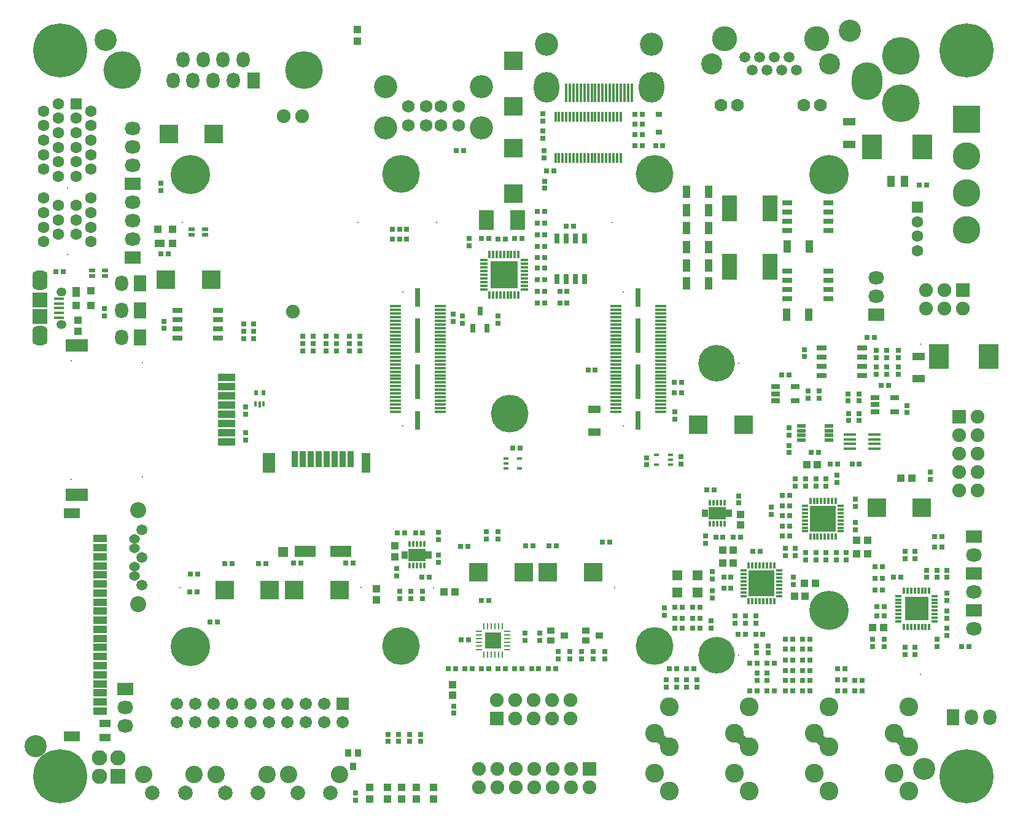
<source format=gts>
%FSLAX44Y44*%
%MOMM*%
G71*
G01*
G75*
G04 Layer_Color=8388736*
%ADD10R,0.2500X0.8000*%
%ADD11R,0.4000X0.6500*%
%ADD12R,0.3250X0.6500*%
%ADD13R,0.6000X0.5000*%
%ADD14R,1.2000X1.1500*%
%ADD15R,2.5000X3.3000*%
%ADD16R,1.8288X3.4290*%
%ADD17R,0.6400X4.7000*%
%ADD18R,0.6400X2.5400*%
%ADD19R,1.4500X0.3000*%
%ADD20R,0.8500X0.2800*%
%ADD21R,0.2800X0.8500*%
%ADD22R,3.1500X3.1500*%
%ADD23R,3.5000X3.5000*%
%ADD24R,0.8500X0.3000*%
%ADD25R,0.3000X0.8500*%
%ADD26R,3.5000X3.5000*%
%ADD27R,1.0400X0.3800*%
%ADD28R,1.0000X0.2800*%
%ADD29R,0.2800X1.0000*%
%ADD30R,3.7000X3.7000*%
%ADD31R,0.8000X0.2400*%
%ADD32R,0.2400X0.8000*%
%ADD33R,2.2000X2.2000*%
%ADD34R,1.0000X0.5500*%
%ADD35R,1.2000X0.5800*%
%ADD36R,0.5800X1.2000*%
%ADD37R,0.9000X0.7000*%
%ADD38R,0.7000X0.9000*%
%ADD39C,1.0160*%
%ADD40R,1.9000X2.6000*%
%ADD41R,0.2800X1.4000*%
%ADD42R,0.8000X0.8000*%
%ADD43R,0.7500X0.4000*%
%ADD44R,0.9000X1.2000*%
%ADD45R,0.9000X0.8000*%
%ADD46R,0.6858X0.5588*%
%ADD47R,0.5000X0.6000*%
%ADD48R,1.6000X0.3000*%
%ADD49R,2.3700X2.4300*%
%ADD50R,2.4300X2.3700*%
%ADD51R,1.6000X0.9000*%
%ADD52R,0.9000X1.6000*%
%ADD53R,0.9000X1.3000*%
%ADD54R,1.3000X0.9000*%
%ADD55R,0.8000X0.8000*%
%ADD56R,0.5000X0.5000*%
%ADD57R,0.5000X0.5000*%
%ADD58R,0.3000X2.6000*%
%ADD59R,0.6000X1.0500*%
%ADD60R,0.7000X0.2800*%
%ADD61R,2.3368X1.6500*%
%ADD62O,0.2800X0.8500*%
%ADD63R,1.2000X0.9000*%
%ADD64R,0.8000X0.9000*%
%ADD65R,2.7000X1.4000*%
%ADD66R,0.7000X2.0000*%
%ADD67R,1.2000X1.2000*%
%ADD68R,1.5000X2.6000*%
%ADD69R,1.0000X2.6000*%
%ADD70R,1.9000X1.8000*%
%ADD71R,1.3500X0.4000*%
%ADD72R,2.9500X1.5000*%
%ADD73R,2.3000X1.0000*%
%ADD74R,2.0000X1.2500*%
%ADD75R,1.7000X0.8000*%
%ADD76C,0.2500*%
%ADD77C,0.3000*%
%ADD78C,0.5000*%
%ADD79C,0.2800*%
%ADD80C,0.4000*%
%ADD81C,0.2400*%
%ADD82C,0.8000*%
%ADD83C,0.5800*%
%ADD84C,0.6000*%
%ADD85C,0.4300*%
%ADD86C,0.3500*%
%ADD87C,1.0000*%
%ADD88C,0.2830*%
%ADD89C,1.7000*%
%ADD90C,5.0000*%
%ADD91O,4.0000X5.0000*%
%ADD92R,1.7000X1.7000*%
%ADD93R,1.7000X1.7000*%
%ADD94C,7.4000*%
%ADD95C,5.2000*%
%ADD96C,1.4000*%
%ADD97R,1.4000X1.4000*%
%ADD98R,2.0000X1.6000*%
%ADD99O,2.0000X1.6000*%
%ADD100R,1.6000X2.0000*%
%ADD101O,1.6000X2.0000*%
%ADD102C,1.3000*%
%ADD103C,2.0000*%
%ADD104O,1.3000X1.1000*%
%ADD105C,2.4000*%
%ADD106O,1.6000X2.0000*%
%ADD107R,1.6000X2.0000*%
%ADD108C,1.9000*%
%ADD109R,1.9000X1.9000*%
%ADD110C,3.6000*%
%ADD111R,3.6000X3.6000*%
%ADD112C,1.8000*%
%ADD113C,2.2000*%
%ADD114C,2.7000*%
%ADD115C,3.2500*%
%ADD116C,1.5748*%
%ADD117C,3.0000*%
%ADD118C,1.5240*%
%ADD119O,3.3000X4.0000*%
%ADD120C,3.0000*%
G04:AMPARAMS|DCode=121|XSize=1.25mm|YSize=1.1mm|CornerRadius=0.462mm|HoleSize=0mm|Usage=FLASHONLY|Rotation=0.000|XOffset=0mm|YOffset=0mm|HoleType=Round|Shape=RoundedRectangle|*
%AMROUNDEDRECTD121*
21,1,1.2500,0.1760,0,0,0.0*
21,1,0.3260,1.1000,0,0,0.0*
1,1,0.9240,0.1630,-0.0880*
1,1,0.9240,-0.1630,-0.0880*
1,1,0.9240,-0.1630,0.0880*
1,1,0.9240,0.1630,0.0880*
%
%ADD121ROUNDEDRECTD121*%
G04:AMPARAMS|DCode=122|XSize=1.9mm|YSize=2.425mm|CornerRadius=0.57mm|HoleSize=0mm|Usage=FLASHONLY|Rotation=0.000|XOffset=0mm|YOffset=0mm|HoleType=Round|Shape=RoundedRectangle|*
%AMROUNDEDRECTD122*
21,1,1.9000,1.2850,0,0,0.0*
21,1,0.7600,2.4250,0,0,0.0*
1,1,1.1400,0.3800,-0.6425*
1,1,1.1400,-0.3800,-0.6425*
1,1,1.1400,-0.3800,0.6425*
1,1,1.1400,0.3800,0.6425*
%
%ADD122ROUNDEDRECTD122*%
%ADD123R,1.5000X1.5000*%
%ADD124C,1.5000*%
%ADD125C,0.4500*%
%ADD126C,1.0000*%
%ADD127C,1.0000*%
%ADD128C,1.6000*%
G04:AMPARAMS|DCode=129|XSize=2mm|YSize=2mm|CornerRadius=0mm|HoleSize=0mm|Usage=FLASHONLY|Rotation=0.000|XOffset=0mm|YOffset=0mm|HoleType=Round|Shape=Relief|Width=0.5mm|Gap=0.2mm|Entries=4|*
%AMTHD129*
7,0,0,2.0000,1.6000,0.5000,45*
%
%ADD129THD129*%
%ADD130C,2.2000*%
%ADD131C,3.8000*%
G04:AMPARAMS|DCode=132|XSize=3.7mm|YSize=3.7mm|CornerRadius=0mm|HoleSize=0mm|Usage=FLASHONLY|Rotation=0.000|XOffset=0mm|YOffset=0mm|HoleType=Round|Shape=Relief|Width=0.5mm|Gap=0.2mm|Entries=4|*
%AMTHD132*
7,0,0,3.7000,3.3000,0.5000,45*
%
%ADD132THD132*%
G04:AMPARAMS|DCode=133|XSize=2.1mm|YSize=2.1mm|CornerRadius=0mm|HoleSize=0mm|Usage=FLASHONLY|Rotation=0.000|XOffset=0mm|YOffset=0mm|HoleType=Round|Shape=Relief|Width=0.5mm|Gap=0.2mm|Entries=4|*
%AMTHD133*
7,0,0,2.1000,1.7000,0.5000,45*
%
%ADD133THD133*%
%ADD134C,1.6500*%
G04:AMPARAMS|DCode=135|XSize=4.2mm|YSize=4.2mm|CornerRadius=0mm|HoleSize=0mm|Usage=FLASHONLY|Rotation=0.000|XOffset=0mm|YOffset=0mm|HoleType=Round|Shape=Relief|Width=0.5mm|Gap=0.2mm|Entries=4|*
%AMTHD135*
7,0,0,4.2000,3.8000,0.5000,45*
%
%ADD135THD135*%
G04:AMPARAMS|DCode=136|XSize=1.8mm|YSize=1.8mm|CornerRadius=0mm|HoleSize=0mm|Usage=FLASHONLY|Rotation=0.000|XOffset=0mm|YOffset=0mm|HoleType=Round|Shape=Relief|Width=0.5mm|Gap=0.2mm|Entries=4|*
%AMTHD136*
7,0,0,1.8000,1.4000,0.5000,45*
%
%ADD136THD136*%
G04:AMPARAMS|DCode=137|XSize=3.2mm|YSize=3.2mm|CornerRadius=0mm|HoleSize=0mm|Usage=FLASHONLY|Rotation=0.000|XOffset=0mm|YOffset=0mm|HoleType=Round|Shape=Relief|Width=0.5mm|Gap=0.2mm|Entries=4|*
%AMTHD137*
7,0,0,3.2000,2.8000,0.5000,45*
%
%ADD137THD137*%
G04:AMPARAMS|DCode=138|XSize=1.74mm|YSize=1.74mm|CornerRadius=0mm|HoleSize=0mm|Usage=FLASHONLY|Rotation=0.000|XOffset=0mm|YOffset=0mm|HoleType=Round|Shape=Relief|Width=0.5mm|Gap=0.2mm|Entries=4|*
%AMTHD138*
7,0,0,1.7400,1.3400,0.5000,45*
%
%ADD138THD138*%
G04:AMPARAMS|DCode=139|XSize=2.35mm|YSize=2.35mm|CornerRadius=0mm|HoleSize=0mm|Usage=FLASHONLY|Rotation=0.000|XOffset=0mm|YOffset=0mm|HoleType=Round|Shape=Relief|Width=0.5mm|Gap=0.2mm|Entries=4|*
%AMTHD139*
7,0,0,2.3500,1.9500,0.5000,45*
%
%ADD139THD139*%
%ADD140C,1.3400*%
G04:AMPARAMS|DCode=141|XSize=2.6mm|YSize=2.6mm|CornerRadius=0mm|HoleSize=0mm|Usage=FLASHONLY|Rotation=0.000|XOffset=0mm|YOffset=0mm|HoleType=Round|Shape=Relief|Width=0.5mm|Gap=0.2mm|Entries=4|*
%AMTHD141*
7,0,0,2.6000,2.2000,0.5000,45*
%
%ADD141THD141*%
%ADD142C,1.6900*%
G04:AMPARAMS|DCode=143|XSize=4.18mm|YSize=4.18mm|CornerRadius=0mm|HoleSize=0mm|Usage=FLASHONLY|Rotation=0.000|XOffset=0mm|YOffset=0mm|HoleType=Round|Shape=Relief|Width=0.5mm|Gap=0.2mm|Entries=4|*
%AMTHD143*
7,0,0,4.1800,3.7800,0.5000,45*
%
%ADD143THD143*%
G04:AMPARAMS|DCode=144|XSize=2.09mm|YSize=2.09mm|CornerRadius=0mm|HoleSize=0mm|Usage=FLASHONLY|Rotation=0.000|XOffset=0mm|YOffset=0mm|HoleType=Round|Shape=Relief|Width=0.5mm|Gap=0.2mm|Entries=4|*
%AMTHD144*
7,0,0,2.0900,1.6900,0.5000,45*
%
%ADD144THD144*%
%ADD145C,2.4000*%
G04:AMPARAMS|DCode=146|XSize=2.8mm|YSize=2.8mm|CornerRadius=0mm|HoleSize=0mm|Usage=FLASHONLY|Rotation=0.000|XOffset=0mm|YOffset=0mm|HoleType=Round|Shape=Relief|Width=0.5mm|Gap=0.2mm|Entries=4|*
%AMTHD146*
7,0,0,2.8000,2.4000,0.5000,45*
%
%ADD146THD146*%
G04:AMPARAMS|DCode=147|XSize=2.3mm|YSize=2.3mm|CornerRadius=0mm|HoleSize=0mm|Usage=FLASHONLY|Rotation=0.000|XOffset=0mm|YOffset=0mm|HoleType=Round|Shape=Relief|Width=0.5mm|Gap=0.2mm|Entries=4|*
%AMTHD147*
7,0,0,2.3000,1.9000,0.5000,45*
%
%ADD147THD147*%
%ADD148C,3.8500*%
%ADD149C,1.9500*%
G04:AMPARAMS|DCode=150|XSize=3.3mm|YSize=3.3mm|CornerRadius=0mm|HoleSize=0mm|Usage=FLASHONLY|Rotation=0.000|XOffset=0mm|YOffset=0mm|HoleType=Round|Shape=Relief|Width=0.5mm|Gap=0.2mm|Entries=4|*
%AMTHD150*
7,0,0,3.3000,2.9000,0.5000,45*
%
%ADD150THD150*%
%ADD151C,2.3500*%
G04:AMPARAMS|DCode=152|XSize=3.4mm|YSize=3.4mm|CornerRadius=0mm|HoleSize=0mm|Usage=FLASHONLY|Rotation=0.000|XOffset=0mm|YOffset=0mm|HoleType=Round|Shape=Relief|Width=0.5mm|Gap=0.2mm|Entries=4|*
%AMTHD152*
7,0,0,3.4000,3.0000,0.5000,45*
%
%ADD152THD152*%
G04:AMPARAMS|DCode=153|XSize=4mm|YSize=4mm|CornerRadius=0mm|HoleSize=0mm|Usage=FLASHONLY|Rotation=0.000|XOffset=0mm|YOffset=0mm|HoleType=Round|Shape=Relief|Width=0.5mm|Gap=0.2mm|Entries=4|*
%AMTHD153*
7,0,0,4.0000,3.6000,0.5000,45*
%
%ADD153THD153*%
G04:AMPARAMS|DCode=154|XSize=3mm|YSize=3mm|CornerRadius=0mm|HoleSize=0mm|Usage=FLASHONLY|Rotation=0.000|XOffset=0mm|YOffset=0mm|HoleType=Round|Shape=Relief|Width=0.5mm|Gap=0.2mm|Entries=4|*
%AMTHD154*
7,0,0,3.0000,2.6000,0.5000,45*
%
%ADD154THD154*%
%ADD155C,2.1500*%
G04:AMPARAMS|DCode=156|XSize=1.85mm|YSize=1.85mm|CornerRadius=0mm|HoleSize=0mm|Usage=FLASHONLY|Rotation=0.000|XOffset=0mm|YOffset=0mm|HoleType=Round|Shape=Relief|Width=0.5mm|Gap=0.2mm|Entries=4|*
%AMTHD156*
7,0,0,1.8500,1.4500,0.5000,45*
%
%ADD156THD156*%
%ADD157C,2.0000*%
%ADD158C,2.9500*%
G04:AMPARAMS|DCode=159|XSize=1.7mm|YSize=1.7mm|CornerRadius=0mm|HoleSize=0mm|Usage=FLASHONLY|Rotation=0.000|XOffset=0mm|YOffset=0mm|HoleType=Round|Shape=Relief|Width=0.5mm|Gap=0.2mm|Entries=4|*
%AMTHD159*
7,0,0,1.7000,1.3000,0.5000,45*
%
%ADD159THD159*%
G04:AMPARAMS|DCode=160|XSize=1.9mm|YSize=1.9mm|CornerRadius=0mm|HoleSize=0mm|Usage=FLASHONLY|Rotation=0.000|XOffset=0mm|YOffset=0mm|HoleType=Round|Shape=Relief|Width=0.5mm|Gap=0.2mm|Entries=4|*
%AMTHD160*
7,0,0,1.9000,1.5000,0.5000,45*
%
%ADD160THD160*%
%ADD161C,0.8000*%
%ADD162C,1.1000*%
%ADD163C,0.2000*%
%ADD164R,2.3000X3.2000*%
%ADD165R,0.6000X2.0000*%
%ADD166R,0.2500X0.6000*%
%ADD167R,3.3000X3.3000*%
%ADD168R,0.6000X0.2300*%
%ADD169R,0.2300X0.6000*%
%ADD170R,0.2500X0.5000*%
%ADD171R,1.6000X0.3500*%
%ADD172R,1.6000X0.8000*%
%ADD173R,3.0000X2.1000*%
%ADD174R,0.7620X1.9050*%
%ADD175R,3.6000X3.0000*%
%ADD176R,2.5000X0.8000*%
%ADD177R,0.4000X0.7500*%
%ADD178C,0.6350*%
%ADD179R,1.4000X0.7500*%
%ADD180R,1.1000X1.2000*%
%ADD181R,1.2000X2.7000*%
%ADD182R,1.5000X1.9000*%
%ADD183R,1.0000X1.2000*%
%ADD184R,1.0000X0.8001*%
%ADD185R,1.0000X2.8001*%
%ADD186R,1.3000X1.8999*%
%ADD187R,1.0000X1.2000*%
%ADD188R,0.7000X1.2000*%
%ADD189C,0.2300*%
%ADD190C,0.2200*%
%ADD191C,0.2540*%
%ADD192C,0.2032*%
%ADD193C,0.1500*%
%ADD194R,1.4000X1.4000*%
%ADD195R,1.6000X1.6000*%
%ADD196R,1.6000X1.6000*%
%ADD197R,1.6000X1.6000*%
%ADD198R,1.6000X1.6000*%
%ADD199R,1.0414X0.6604*%
%ADD200R,0.3500X0.9000*%
%ADD201R,0.5000X0.7500*%
%ADD202R,0.4250X0.7500*%
%ADD203R,0.8032X0.7032*%
%ADD204R,1.4032X1.3532*%
%ADD205R,2.7032X3.5032*%
%ADD206R,2.0320X3.6322*%
%ADD207R,0.6908X4.7508*%
%ADD208R,0.6908X2.5908*%
%ADD209R,1.5008X0.3508*%
%ADD210R,0.9000X0.3300*%
%ADD211R,0.3300X0.9000*%
%ADD212R,3.2008X3.2008*%
%ADD213R,3.5508X3.5508*%
%ADD214R,0.9008X0.3508*%
%ADD215R,0.3508X0.9008*%
%ADD216R,3.5508X3.5508*%
%ADD217R,1.1924X0.5324*%
%ADD218R,1.0500X0.3300*%
%ADD219R,0.3300X1.0500*%
%ADD220R,3.7508X3.7508*%
%ADD221R,0.8508X0.2908*%
%ADD222R,0.2908X0.8508*%
%ADD223R,2.2508X2.2508*%
%ADD224R,1.2032X0.7532*%
%ADD225R,1.4032X0.7832*%
%ADD226R,0.7832X1.4032*%
%ADD227R,1.1032X0.9032*%
%ADD228R,0.9032X1.1032*%
%ADD229C,3.0480*%
%ADD230R,2.1032X2.8032*%
%ADD231R,0.3308X1.4508*%
%ADD232R,1.0032X1.0032*%
%ADD233R,0.9024X0.5524*%
%ADD234R,1.1032X1.4032*%
%ADD235R,1.1032X1.0032*%
%ADD236R,0.8382X0.7112*%
%ADD237R,0.8008X0.4508*%
%ADD238R,0.7032X0.8032*%
%ADD239R,1.7400X0.4400*%
%ADD240R,2.5732X2.6332*%
%ADD241R,2.6332X2.5732*%
%ADD242R,1.8032X1.1032*%
%ADD243R,1.1032X1.8032*%
%ADD244R,1.1032X1.5032*%
%ADD245R,1.5032X1.1032*%
%ADD246R,1.0032X1.0032*%
%ADD247R,0.7032X0.7032*%
%ADD248R,0.7032X0.7032*%
%ADD249R,0.3508X2.6508*%
%ADD250R,0.7400X1.1900*%
%ADD251R,0.9540X0.5340*%
%ADD252R,2.3876X1.7008*%
%ADD253O,0.3308X0.9008*%
%ADD254R,1.4032X1.1032*%
%ADD255R,1.0032X1.1032*%
%ADD256R,2.9032X1.6032*%
%ADD257R,0.9032X2.2032*%
%ADD258R,1.4032X1.4032*%
%ADD259R,1.7032X2.8032*%
%ADD260R,1.2032X2.8032*%
%ADD261R,2.1032X2.0032*%
%ADD262R,1.4008X0.4508*%
%ADD263R,3.1532X1.7032*%
%ADD264R,2.4020X1.1020*%
%ADD265R,2.2032X1.4532*%
%ADD266R,1.9032X1.0032*%
%ADD267C,1.9032*%
G04:AMPARAMS|DCode=268|XSize=0.2032mm|YSize=0.2032mm|CornerRadius=0mm|HoleSize=0mm|Usage=FLASHONLY|Rotation=90.000|XOffset=0mm|YOffset=0mm|HoleType=Round|Shape=RoundedRectangle|*
%AMROUNDEDRECTD268*
21,1,0.2032,0.2032,0,0,90.0*
21,1,0.2032,0.2032,0,0,90.0*
1,1,0.0000,0.1016,0.1016*
1,1,0.0000,0.1016,-0.1016*
1,1,0.0000,-0.1016,-0.1016*
1,1,0.0000,-0.1016,0.1016*
%
%ADD268ROUNDEDRECTD268*%
%ADD269C,5.2032*%
%ADD270O,4.2032X5.2032*%
%ADD271R,1.9032X1.9032*%
%ADD272R,1.9032X1.9032*%
%ADD273C,0.2032*%
%ADD274C,7.4508*%
%ADD275C,5.4032*%
%ADD276C,1.6032*%
%ADD277R,1.6032X1.6032*%
%ADD278R,2.2032X1.8032*%
%ADD279O,2.2032X1.8032*%
%ADD280R,1.8032X2.2032*%
%ADD281O,1.8032X2.2032*%
%ADD282C,1.5032*%
%ADD283C,2.2032*%
%ADD284O,1.5032X1.3032*%
%ADD285C,2.6032*%
%ADD286O,1.8032X2.2032*%
%ADD287R,1.8032X2.2032*%
%ADD288C,2.1032*%
%ADD289R,2.1032X2.1032*%
%ADD290C,3.8032*%
%ADD291R,3.8032X3.8032*%
%ADD292C,2.0032*%
%ADD293C,2.4032*%
%ADD294C,2.9032*%
%ADD295C,3.4532*%
%ADD296C,1.7780*%
%ADD297C,5.0508*%
%ADD298C,3.2032*%
%ADD299C,1.7272*%
%ADD300O,3.5032X4.2032*%
%ADD301C,3.2032*%
G04:AMPARAMS|DCode=302|XSize=1.33mm|YSize=1.18mm|CornerRadius=0.502mm|HoleSize=0mm|Usage=FLASHONLY|Rotation=0.000|XOffset=0mm|YOffset=0mm|HoleType=Round|Shape=RoundedRectangle|*
%AMROUNDEDRECTD302*
21,1,1.3300,0.1760,0,0,0.0*
21,1,0.3260,1.1800,0,0,0.0*
1,1,1.0040,0.1630,-0.0880*
1,1,1.0040,-0.1630,-0.0880*
1,1,1.0040,-0.1630,0.0880*
1,1,1.0040,0.1630,0.0880*
%
%ADD302ROUNDEDRECTD302*%
G04:AMPARAMS|DCode=303|XSize=2.1032mm|YSize=2.6282mm|CornerRadius=0.6716mm|HoleSize=0mm|Usage=FLASHONLY|Rotation=0.000|XOffset=0mm|YOffset=0mm|HoleType=Round|Shape=RoundedRectangle|*
%AMROUNDEDRECTD303*
21,1,2.1032,1.2850,0,0,0.0*
21,1,0.7600,2.6282,0,0,0.0*
1,1,1.3432,0.3800,-0.6425*
1,1,1.3432,-0.3800,-0.6425*
1,1,1.3432,-0.3800,0.6425*
1,1,1.3432,0.3800,0.6425*
%
%ADD303ROUNDEDRECTD303*%
G04:AMPARAMS|DCode=304|XSize=0.2032mm|YSize=0.2032mm|CornerRadius=0mm|HoleSize=0mm|Usage=FLASHONLY|Rotation=180.000|XOffset=0mm|YOffset=0mm|HoleType=Round|Shape=RoundedRectangle|*
%AMROUNDEDRECTD304*
21,1,0.2032,0.2032,0,0,180.0*
21,1,0.2032,0.2032,0,0,180.0*
1,1,0.0000,-0.1016,0.1016*
1,1,0.0000,0.1016,0.1016*
1,1,0.0000,0.1016,-0.1016*
1,1,0.0000,-0.1016,-0.1016*
%
%ADD304ROUNDEDRECTD304*%
%ADD305R,1.7032X1.7032*%
%ADD306C,1.7032*%
G36*
X1006500Y93500D02*
X996500Y83500D01*
X973500Y106500D01*
X983500Y116500D01*
X1006500Y93500D01*
D02*
G37*
G36*
X896500D02*
X886500Y83500D01*
X863500Y106500D01*
X873500Y116500D01*
X896500Y93500D01*
D02*
G37*
G36*
X1226500D02*
X1216500Y83500D01*
X1193500Y106500D01*
X1203500Y116500D01*
X1226500Y93500D01*
D02*
G37*
G36*
X1116500D02*
X1106500Y83500D01*
X1083500Y106500D01*
X1093500Y116500D01*
X1116500Y93500D01*
D02*
G37*
D200*
X325000Y562749D02*
D03*
D201*
X330000Y578499D02*
D03*
X320000D02*
D03*
D202*
X330380Y563499D02*
D03*
X319620D02*
D03*
D203*
X449000Y636000D02*
D03*
Y646000D02*
D03*
X614000Y791000D02*
D03*
Y781000D02*
D03*
X638000Y387000D02*
D03*
Y377000D02*
D03*
X654000Y387000D02*
D03*
Y377000D02*
D03*
X1097000Y581000D02*
D03*
Y571000D02*
D03*
X1081000Y581000D02*
D03*
Y571000D02*
D03*
X1273000Y334000D02*
D03*
Y324000D02*
D03*
X769000Y222000D02*
D03*
Y212000D02*
D03*
X753000Y222000D02*
D03*
Y212000D02*
D03*
X785000Y222000D02*
D03*
Y212000D02*
D03*
X801000Y222000D02*
D03*
Y212000D02*
D03*
X654000Y674000D02*
D03*
Y684000D02*
D03*
X906000Y490000D02*
D03*
Y480000D02*
D03*
X1055000Y530000D02*
D03*
Y520000D02*
D03*
Y496000D02*
D03*
Y506000D02*
D03*
X457000Y17000D02*
D03*
Y27000D02*
D03*
X1026000Y220000D02*
D03*
Y230000D02*
D03*
X1010000Y220000D02*
D03*
Y230000D02*
D03*
X948000Y264000D02*
D03*
Y254000D02*
D03*
X883000Y272000D02*
D03*
Y282000D02*
D03*
X111000Y684000D02*
D03*
Y694000D02*
D03*
X303000Y653000D02*
D03*
Y663000D02*
D03*
Y673000D02*
D03*
Y663000D02*
D03*
X317000Y653000D02*
D03*
Y663000D02*
D03*
Y673000D02*
D03*
Y663000D02*
D03*
X1190000Y637000D02*
D03*
Y627000D02*
D03*
Y604000D02*
D03*
Y614000D02*
D03*
X1206000Y627000D02*
D03*
Y637000D02*
D03*
Y604000D02*
D03*
Y614000D02*
D03*
X1076000Y638000D02*
D03*
Y628000D02*
D03*
X1218000Y551000D02*
D03*
Y561000D02*
D03*
X718000Y860000D02*
D03*
Y870000D02*
D03*
X1170000Y239000D02*
D03*
Y229000D02*
D03*
X1186000Y229000D02*
D03*
Y239000D02*
D03*
X1031000Y421000D02*
D03*
Y411000D02*
D03*
X547000Y98000D02*
D03*
Y108000D02*
D03*
X532000Y98000D02*
D03*
Y108000D02*
D03*
X517000Y98000D02*
D03*
Y108000D02*
D03*
X502000Y98000D02*
D03*
Y108000D02*
D03*
X385000Y636000D02*
D03*
Y646000D02*
D03*
Y656000D02*
D03*
Y646000D02*
D03*
X399000Y636000D02*
D03*
Y646000D02*
D03*
Y656000D02*
D03*
Y646000D02*
D03*
X417000Y636000D02*
D03*
Y646000D02*
D03*
Y656000D02*
D03*
Y646000D02*
D03*
X431000Y636000D02*
D03*
Y646000D02*
D03*
Y656000D02*
D03*
Y646000D02*
D03*
X449000Y656000D02*
D03*
Y646000D02*
D03*
X463000Y636000D02*
D03*
Y646000D02*
D03*
Y656000D02*
D03*
Y646000D02*
D03*
X550000Y295000D02*
D03*
Y305000D02*
D03*
X534000Y295000D02*
D03*
Y305000D02*
D03*
X1137000Y550000D02*
D03*
Y540000D02*
D03*
X1121000Y465000D02*
D03*
Y455000D02*
D03*
X1152000Y577000D02*
D03*
Y567000D02*
D03*
X1136000Y567000D02*
D03*
Y577000D02*
D03*
X737000Y212000D02*
D03*
Y222000D02*
D03*
X711000Y237000D02*
D03*
Y247000D02*
D03*
X518000Y295000D02*
D03*
Y305000D02*
D03*
X691000Y237000D02*
D03*
Y247000D02*
D03*
D204*
X901000Y326750D02*
D03*
Y303250D02*
D03*
X929000Y326750D02*
D03*
Y303250D02*
D03*
D205*
X1169500Y917000D02*
D03*
X1238500D02*
D03*
X1261500Y628000D02*
D03*
X1330500D02*
D03*
D206*
X1028686Y752000D02*
D03*
X973314D02*
D03*
Y832000D02*
D03*
X1028686D02*
D03*
D207*
X543000Y656750D02*
D03*
Y593250D02*
D03*
X847000Y656750D02*
D03*
Y593250D02*
D03*
D208*
X543000Y709450D02*
D03*
Y540550D02*
D03*
X847000Y709450D02*
D03*
Y540550D02*
D03*
D209*
X512100Y697500D02*
D03*
Y692500D02*
D03*
Y687500D02*
D03*
Y682500D02*
D03*
Y677500D02*
D03*
Y672500D02*
D03*
Y667500D02*
D03*
Y662500D02*
D03*
Y657500D02*
D03*
Y652500D02*
D03*
Y647500D02*
D03*
Y642500D02*
D03*
Y637500D02*
D03*
Y632500D02*
D03*
Y627500D02*
D03*
Y622500D02*
D03*
Y617500D02*
D03*
Y612500D02*
D03*
Y607500D02*
D03*
Y602500D02*
D03*
Y597500D02*
D03*
Y592500D02*
D03*
Y587500D02*
D03*
Y582500D02*
D03*
Y577500D02*
D03*
Y572500D02*
D03*
Y567500D02*
D03*
Y562500D02*
D03*
Y557500D02*
D03*
Y552500D02*
D03*
X573900Y697500D02*
D03*
Y692500D02*
D03*
Y687500D02*
D03*
Y682500D02*
D03*
Y677500D02*
D03*
Y672500D02*
D03*
Y667500D02*
D03*
Y662500D02*
D03*
Y657500D02*
D03*
Y652500D02*
D03*
Y647500D02*
D03*
Y642500D02*
D03*
Y637500D02*
D03*
Y632500D02*
D03*
Y627500D02*
D03*
Y622500D02*
D03*
Y617500D02*
D03*
Y612500D02*
D03*
Y607500D02*
D03*
Y602500D02*
D03*
Y597500D02*
D03*
Y592500D02*
D03*
Y587500D02*
D03*
Y582500D02*
D03*
Y577500D02*
D03*
Y572500D02*
D03*
Y567500D02*
D03*
Y562500D02*
D03*
Y557500D02*
D03*
Y552500D02*
D03*
X816100Y697500D02*
D03*
Y692500D02*
D03*
Y687500D02*
D03*
Y682500D02*
D03*
Y677500D02*
D03*
Y672500D02*
D03*
Y667500D02*
D03*
Y662500D02*
D03*
Y657500D02*
D03*
Y652500D02*
D03*
Y647500D02*
D03*
Y642500D02*
D03*
Y637500D02*
D03*
Y632500D02*
D03*
Y627500D02*
D03*
Y622500D02*
D03*
Y617500D02*
D03*
Y612500D02*
D03*
Y607500D02*
D03*
Y602500D02*
D03*
Y597500D02*
D03*
Y592500D02*
D03*
Y587500D02*
D03*
Y582500D02*
D03*
Y577500D02*
D03*
Y572500D02*
D03*
Y567500D02*
D03*
Y562500D02*
D03*
Y557500D02*
D03*
Y552500D02*
D03*
X877900Y697500D02*
D03*
Y692500D02*
D03*
Y687500D02*
D03*
Y682500D02*
D03*
Y677500D02*
D03*
Y672500D02*
D03*
Y667500D02*
D03*
Y662500D02*
D03*
Y657500D02*
D03*
Y652500D02*
D03*
Y647500D02*
D03*
Y642500D02*
D03*
Y637500D02*
D03*
Y632500D02*
D03*
Y627500D02*
D03*
Y622500D02*
D03*
Y617500D02*
D03*
Y612500D02*
D03*
Y607500D02*
D03*
Y602500D02*
D03*
Y597500D02*
D03*
Y592500D02*
D03*
Y587500D02*
D03*
Y582500D02*
D03*
Y577500D02*
D03*
Y572500D02*
D03*
Y567500D02*
D03*
Y562500D02*
D03*
Y557500D02*
D03*
Y552500D02*
D03*
D210*
X1206250Y263500D02*
D03*
Y268500D02*
D03*
Y273500D02*
D03*
Y278500D02*
D03*
Y283500D02*
D03*
Y288500D02*
D03*
Y293500D02*
D03*
Y298500D02*
D03*
X1255750D02*
D03*
Y293500D02*
D03*
Y288500D02*
D03*
Y283500D02*
D03*
Y278500D02*
D03*
Y273500D02*
D03*
Y268500D02*
D03*
Y263500D02*
D03*
D211*
X1213500Y305750D02*
D03*
X1218500D02*
D03*
X1223500D02*
D03*
X1228500D02*
D03*
X1233500D02*
D03*
X1238500D02*
D03*
X1243500D02*
D03*
X1248500D02*
D03*
Y256250D02*
D03*
X1243500D02*
D03*
X1238500D02*
D03*
X1233500D02*
D03*
X1228500D02*
D03*
X1223500D02*
D03*
X1218500D02*
D03*
X1213500D02*
D03*
D212*
X1231000Y281000D02*
D03*
D213*
X1017000Y316000D02*
D03*
D214*
X992500Y333500D02*
D03*
Y328500D02*
D03*
Y323500D02*
D03*
Y318500D02*
D03*
Y313500D02*
D03*
Y308500D02*
D03*
Y303500D02*
D03*
Y298500D02*
D03*
X1041500D02*
D03*
Y303500D02*
D03*
Y308500D02*
D03*
Y313500D02*
D03*
Y318500D02*
D03*
Y323500D02*
D03*
Y328500D02*
D03*
Y333500D02*
D03*
X1077500Y422500D02*
D03*
Y417500D02*
D03*
Y412500D02*
D03*
Y407500D02*
D03*
Y402500D02*
D03*
Y397500D02*
D03*
Y392500D02*
D03*
Y387500D02*
D03*
X1126500D02*
D03*
Y392500D02*
D03*
Y397500D02*
D03*
Y402500D02*
D03*
Y407500D02*
D03*
Y412500D02*
D03*
Y417500D02*
D03*
Y422500D02*
D03*
D215*
X999500Y291500D02*
D03*
X1004500D02*
D03*
X1009500D02*
D03*
X1014500D02*
D03*
X1019500D02*
D03*
X1024500D02*
D03*
X1029500D02*
D03*
X1034500D02*
D03*
Y340500D02*
D03*
X1029500D02*
D03*
X1024500D02*
D03*
X1019500D02*
D03*
X1014500D02*
D03*
X1009500D02*
D03*
X1004500D02*
D03*
X999500D02*
D03*
X1119500Y429500D02*
D03*
X1114500D02*
D03*
X1109500D02*
D03*
X1104500D02*
D03*
X1099500D02*
D03*
X1094500D02*
D03*
X1089500D02*
D03*
X1084500D02*
D03*
Y380500D02*
D03*
X1089500D02*
D03*
X1094500D02*
D03*
X1099500D02*
D03*
X1104500D02*
D03*
X1109500D02*
D03*
X1114500D02*
D03*
X1119500D02*
D03*
D216*
X1102000Y405000D02*
D03*
D217*
X1072000Y532750D02*
D03*
Y526250D02*
D03*
Y519750D02*
D03*
Y513250D02*
D03*
X1110000Y532750D02*
D03*
Y526250D02*
D03*
Y519750D02*
D03*
Y513250D02*
D03*
D218*
X634000Y761000D02*
D03*
Y756000D02*
D03*
Y751000D02*
D03*
Y746000D02*
D03*
Y741000D02*
D03*
Y736000D02*
D03*
Y731000D02*
D03*
Y726000D02*
D03*
Y721000D02*
D03*
X690000D02*
D03*
Y726000D02*
D03*
Y731000D02*
D03*
Y736000D02*
D03*
Y741000D02*
D03*
Y746000D02*
D03*
Y751000D02*
D03*
Y756000D02*
D03*
Y761000D02*
D03*
D219*
X642000Y713000D02*
D03*
X647000D02*
D03*
X652000D02*
D03*
X657000D02*
D03*
X662000D02*
D03*
X667000D02*
D03*
X672000D02*
D03*
X677000D02*
D03*
X682000D02*
D03*
Y769000D02*
D03*
X677000D02*
D03*
X672000D02*
D03*
X667000D02*
D03*
X662000D02*
D03*
X657000D02*
D03*
X652000D02*
D03*
X647000D02*
D03*
X642000D02*
D03*
D220*
X662000Y741000D02*
D03*
D221*
X627500Y224500D02*
D03*
Y229500D02*
D03*
Y234500D02*
D03*
Y239500D02*
D03*
Y244500D02*
D03*
Y249500D02*
D03*
X666500D02*
D03*
Y244500D02*
D03*
Y239500D02*
D03*
Y234500D02*
D03*
Y229500D02*
D03*
Y224500D02*
D03*
D222*
X634500Y256500D02*
D03*
X639500D02*
D03*
X644500D02*
D03*
X649500D02*
D03*
X654500D02*
D03*
X659500D02*
D03*
Y217500D02*
D03*
X654500D02*
D03*
X649500D02*
D03*
X644500D02*
D03*
X639500D02*
D03*
X634500D02*
D03*
D223*
X647000Y237000D02*
D03*
D224*
X1063500Y567500D02*
D03*
Y586500D02*
D03*
X1036500Y567500D02*
D03*
Y577000D02*
D03*
Y586500D02*
D03*
X1200500Y552500D02*
D03*
Y571500D02*
D03*
X1173500Y552500D02*
D03*
Y562000D02*
D03*
Y571500D02*
D03*
D225*
X268000Y653950D02*
D03*
Y666650D02*
D03*
Y679350D02*
D03*
Y692050D02*
D03*
X212000Y653950D02*
D03*
Y666650D02*
D03*
Y679350D02*
D03*
Y692050D02*
D03*
X1156000Y601950D02*
D03*
Y614650D02*
D03*
Y627350D02*
D03*
Y640050D02*
D03*
X1100000Y601950D02*
D03*
Y614650D02*
D03*
Y627350D02*
D03*
Y640050D02*
D03*
X1109000Y707950D02*
D03*
Y720650D02*
D03*
Y733350D02*
D03*
Y746050D02*
D03*
X1053000Y707950D02*
D03*
Y720650D02*
D03*
Y733350D02*
D03*
Y746050D02*
D03*
X1109000Y801950D02*
D03*
Y814650D02*
D03*
Y827350D02*
D03*
Y840050D02*
D03*
X1053000Y801950D02*
D03*
Y814650D02*
D03*
Y827350D02*
D03*
Y840050D02*
D03*
D226*
X734950Y735000D02*
D03*
X747650D02*
D03*
X760350D02*
D03*
X773050D02*
D03*
X734950Y791000D02*
D03*
X747650D02*
D03*
X760350D02*
D03*
X773050D02*
D03*
D227*
X726500Y250500D02*
D03*
Y237500D02*
D03*
X745500Y244000D02*
D03*
X774500Y250500D02*
D03*
Y237500D02*
D03*
X793500Y244000D02*
D03*
D228*
X460500Y82500D02*
D03*
X447500D02*
D03*
X454000Y63500D02*
D03*
D229*
X16000Y92000D02*
D03*
X1139000Y1077000D02*
D03*
X1241000Y60000D02*
D03*
X113000Y1064000D02*
D03*
D230*
X680500Y816000D02*
D03*
X637500D02*
D03*
D231*
X733000Y901500D02*
D03*
X738000D02*
D03*
X743000D02*
D03*
X748000D02*
D03*
X753000D02*
D03*
X758000D02*
D03*
X763000D02*
D03*
X768000D02*
D03*
X773000D02*
D03*
X778000D02*
D03*
X783000D02*
D03*
X788000D02*
D03*
X793000D02*
D03*
X798000D02*
D03*
X803000D02*
D03*
X808000D02*
D03*
X813000D02*
D03*
X818000D02*
D03*
X823000D02*
D03*
X733000Y958500D02*
D03*
X738000D02*
D03*
X743000D02*
D03*
X748000D02*
D03*
X753000D02*
D03*
X758000D02*
D03*
X763000D02*
D03*
X768000D02*
D03*
X773000D02*
D03*
X778000D02*
D03*
X783000D02*
D03*
X788000D02*
D03*
X793000D02*
D03*
X798000D02*
D03*
X803000D02*
D03*
X808000D02*
D03*
X813000D02*
D03*
X818000D02*
D03*
X823000D02*
D03*
D232*
X541000Y35000D02*
D03*
Y19000D02*
D03*
X477000Y35000D02*
D03*
Y19000D02*
D03*
X460000Y1063000D02*
D03*
Y1079000D02*
D03*
X565000Y35000D02*
D03*
Y19000D02*
D03*
X521000Y35000D02*
D03*
Y19000D02*
D03*
X501000Y35000D02*
D03*
Y19000D02*
D03*
X486000Y308500D02*
D03*
Y293500D02*
D03*
X591000Y161500D02*
D03*
Y176500D02*
D03*
X988000Y396000D02*
D03*
Y411000D02*
D03*
X512000Y367500D02*
D03*
Y352500D02*
D03*
X75000Y678500D02*
D03*
Y663500D02*
D03*
D233*
X231750Y804000D02*
D03*
Y796000D02*
D03*
X250250Y804000D02*
D03*
Y796000D02*
D03*
X93750Y747000D02*
D03*
Y739000D02*
D03*
X112250Y747000D02*
D03*
Y739000D02*
D03*
D234*
X72500Y717000D02*
D03*
D235*
Y699000D02*
D03*
X92500Y719000D02*
D03*
Y699000D02*
D03*
D236*
X876000Y937808D02*
D03*
Y962192D02*
D03*
D237*
X891500Y479500D02*
D03*
Y486000D02*
D03*
Y492500D02*
D03*
X872500Y479500D02*
D03*
Y492500D02*
D03*
X664500Y487500D02*
D03*
Y481000D02*
D03*
Y474500D02*
D03*
X683500Y487500D02*
D03*
Y474500D02*
D03*
D238*
X907000Y578000D02*
D03*
X897000D02*
D03*
X1293000Y229000D02*
D03*
X1303000D02*
D03*
X654000Y790000D02*
D03*
X664000D02*
D03*
X515000Y385000D02*
D03*
X525000D02*
D03*
X788000Y610000D02*
D03*
X778000D02*
D03*
X1122000Y183000D02*
D03*
X1132000D02*
D03*
X1009000Y246000D02*
D03*
X1019000D02*
D03*
X995000D02*
D03*
X985000D02*
D03*
X1074000Y196000D02*
D03*
X1084000D02*
D03*
X1060000D02*
D03*
X1050000D02*
D03*
X1084000Y225000D02*
D03*
X1074000D02*
D03*
X1050000D02*
D03*
X1060000D02*
D03*
X914000Y198000D02*
D03*
X924000D02*
D03*
X900000D02*
D03*
X890000D02*
D03*
X922000Y283000D02*
D03*
X932000D02*
D03*
X908000D02*
D03*
X898000D02*
D03*
X708000Y718000D02*
D03*
X718000D02*
D03*
X708000Y812000D02*
D03*
X718000D02*
D03*
X708000Y734000D02*
D03*
X718000D02*
D03*
X708000Y750000D02*
D03*
X718000D02*
D03*
X708000Y828000D02*
D03*
X718000D02*
D03*
X708000Y780000D02*
D03*
X718000D02*
D03*
X718000Y702000D02*
D03*
X708000D02*
D03*
X739000Y702000D02*
D03*
X749000D02*
D03*
X739000Y718000D02*
D03*
X749000D02*
D03*
X528000Y790000D02*
D03*
X518000D02*
D03*
X508000D02*
D03*
X518000D02*
D03*
X528000Y804000D02*
D03*
X518000D02*
D03*
X508000D02*
D03*
X518000D02*
D03*
X1163000Y655000D02*
D03*
X1173000D02*
D03*
X871000Y919000D02*
D03*
X881000D02*
D03*
X853000Y919000D02*
D03*
X843000D02*
D03*
X853000Y934000D02*
D03*
X843000D02*
D03*
X843000Y962000D02*
D03*
X853000D02*
D03*
X1184000Y323000D02*
D03*
X1174000D02*
D03*
X1184000Y307000D02*
D03*
X1174000D02*
D03*
X1174000Y339000D02*
D03*
X1184000D02*
D03*
X1142000Y480000D02*
D03*
X1152000D02*
D03*
X1112000D02*
D03*
X1122000D02*
D03*
X964000Y379500D02*
D03*
X954000D02*
D03*
X988000D02*
D03*
X978000D02*
D03*
X965000Y324000D02*
D03*
X975000D02*
D03*
X540000Y385000D02*
D03*
X550000D02*
D03*
X718000Y796000D02*
D03*
X708000D02*
D03*
X723000Y198000D02*
D03*
X733000D02*
D03*
X608000D02*
D03*
X618000D02*
D03*
X585000D02*
D03*
X595000D02*
D03*
X631000Y198000D02*
D03*
X641000D02*
D03*
X654000Y198000D02*
D03*
X664000D02*
D03*
X700000D02*
D03*
X710000D02*
D03*
X677000D02*
D03*
X687000D02*
D03*
X382000Y344000D02*
D03*
X372000D02*
D03*
D239*
X1139000Y520750D02*
D03*
Y514250D02*
D03*
Y507750D02*
D03*
Y501250D02*
D03*
X1173000Y520750D02*
D03*
Y514250D02*
D03*
Y507750D02*
D03*
Y501250D02*
D03*
D240*
X258200Y734000D02*
D03*
X195800D02*
D03*
X262200Y935000D02*
D03*
X199800D02*
D03*
X1238200Y420000D02*
D03*
X1175800D02*
D03*
X689200Y331000D02*
D03*
X626800D02*
D03*
X785200D02*
D03*
X722800D02*
D03*
X339200Y307000D02*
D03*
X276800D02*
D03*
X435200D02*
D03*
X372800D02*
D03*
X992200Y534000D02*
D03*
X929800D02*
D03*
D241*
X675000Y915200D02*
D03*
Y852800D02*
D03*
Y1035200D02*
D03*
Y972800D02*
D03*
D242*
X1138000Y951500D02*
D03*
Y920500D02*
D03*
X787000Y524500D02*
D03*
Y555500D02*
D03*
X1234000Y597500D02*
D03*
Y628500D02*
D03*
D243*
X913500Y729000D02*
D03*
X944500D02*
D03*
X913500Y754000D02*
D03*
X944500D02*
D03*
X913500Y779000D02*
D03*
X944500D02*
D03*
X913500Y855000D02*
D03*
X944500D02*
D03*
X913500Y805000D02*
D03*
X944500D02*
D03*
X913500Y830000D02*
D03*
X944500D02*
D03*
X1051500Y686000D02*
D03*
X1082500D02*
D03*
X1052500Y780000D02*
D03*
X1083500D02*
D03*
D244*
X1214500Y870000D02*
D03*
X1195500D02*
D03*
D245*
X112000Y122500D02*
D03*
Y103500D02*
D03*
D246*
X1077500Y298000D02*
D03*
X1062500D02*
D03*
X978500Y362000D02*
D03*
X963500D02*
D03*
X963500Y344000D02*
D03*
X978500D02*
D03*
X1209500Y461000D02*
D03*
X1224500D02*
D03*
X579500Y304000D02*
D03*
X594500D02*
D03*
X1076500Y316000D02*
D03*
X1091500D02*
D03*
X1185500Y255000D02*
D03*
X1170500D02*
D03*
X1163500Y375000D02*
D03*
X1148500D02*
D03*
X1094500Y479000D02*
D03*
X1079500D02*
D03*
X1148500Y357000D02*
D03*
X1163500D02*
D03*
D247*
X1045000Y603000D02*
D03*
X1055000D02*
D03*
X1156000Y182000D02*
D03*
X1146000D02*
D03*
X1084000D02*
D03*
X1074000D02*
D03*
X1050000D02*
D03*
X1060000D02*
D03*
X1266000Y366000D02*
D03*
X1256000D02*
D03*
X1245000Y865000D02*
D03*
X1235000D02*
D03*
X674000Y502000D02*
D03*
X684000D02*
D03*
X1086000Y496000D02*
D03*
X1096000D02*
D03*
X613000Y238000D02*
D03*
X603000D02*
D03*
X1146000Y168000D02*
D03*
X1156000D02*
D03*
X1132000D02*
D03*
X1122000D02*
D03*
X1132000Y198000D02*
D03*
X1122000D02*
D03*
X1035000Y168000D02*
D03*
X1025000D02*
D03*
X1001000D02*
D03*
X1011000D02*
D03*
X1025000Y206000D02*
D03*
X1035000D02*
D03*
X1011000D02*
D03*
X1001000D02*
D03*
X1084000Y168000D02*
D03*
X1074000D02*
D03*
X1050000D02*
D03*
X1060000D02*
D03*
X1084000Y239000D02*
D03*
X1074000D02*
D03*
X1050000D02*
D03*
X1060000D02*
D03*
X1074000Y210000D02*
D03*
X1084000D02*
D03*
X1060000D02*
D03*
X1050000D02*
D03*
X965000Y309000D02*
D03*
X975000D02*
D03*
X1015000Y360000D02*
D03*
X1005000D02*
D03*
X932000Y254000D02*
D03*
X922000D02*
D03*
X898000D02*
D03*
X908000D02*
D03*
X932000Y268000D02*
D03*
X922000D02*
D03*
X898000D02*
D03*
X908000D02*
D03*
X853000Y948000D02*
D03*
X843000D02*
D03*
X677000Y791000D02*
D03*
X687000D02*
D03*
X641000D02*
D03*
X631000D02*
D03*
X718000Y765000D02*
D03*
X708000D02*
D03*
X199000Y770000D02*
D03*
X189000D02*
D03*
X596000Y912000D02*
D03*
X606000D02*
D03*
X758000Y808000D02*
D03*
X748000D02*
D03*
X44000Y745000D02*
D03*
X54000D02*
D03*
X1182000Y589000D02*
D03*
X1192000D02*
D03*
X721000Y884000D02*
D03*
X731000D02*
D03*
X1186000Y284000D02*
D03*
X1176000D02*
D03*
X1209000Y324000D02*
D03*
X1199000D02*
D03*
X1056000Y423000D02*
D03*
X1046000D02*
D03*
X1056000Y381000D02*
D03*
X1046000D02*
D03*
X1256000Y380000D02*
D03*
X1266000D02*
D03*
X1046000Y395000D02*
D03*
X1056000D02*
D03*
X1046000Y409000D02*
D03*
X1056000D02*
D03*
X1046000Y437000D02*
D03*
X1056000D02*
D03*
X1176000Y271000D02*
D03*
X1186000D02*
D03*
X942000Y445000D02*
D03*
X952000D02*
D03*
X724000Y368000D02*
D03*
X734000D02*
D03*
X559000Y324000D02*
D03*
X549000D02*
D03*
X240000Y329000D02*
D03*
X230000D02*
D03*
X229000Y304000D02*
D03*
X239000D02*
D03*
X907000Y593000D02*
D03*
X897000D02*
D03*
X324000Y343000D02*
D03*
X334000D02*
D03*
X257000Y263000D02*
D03*
X267000D02*
D03*
X798000Y373000D02*
D03*
X808000D02*
D03*
X641000Y292000D02*
D03*
X631000D02*
D03*
X702000Y368000D02*
D03*
X692000D02*
D03*
X612000Y367000D02*
D03*
X602000D02*
D03*
X444000Y344000D02*
D03*
X454000D02*
D03*
X277000Y343000D02*
D03*
X287000D02*
D03*
D248*
X1229000Y350000D02*
D03*
Y360000D02*
D03*
X1092000Y358000D02*
D03*
Y348000D02*
D03*
X1229000Y228000D02*
D03*
Y218000D02*
D03*
X1106000Y358000D02*
D03*
Y348000D02*
D03*
X1025000Y182000D02*
D03*
Y192000D02*
D03*
X1011000Y182000D02*
D03*
Y192000D02*
D03*
X914000Y173000D02*
D03*
Y183000D02*
D03*
X900000Y173000D02*
D03*
Y183000D02*
D03*
X859000Y489000D02*
D03*
Y479000D02*
D03*
X593000Y137000D02*
D03*
Y147000D02*
D03*
X1250000Y469000D02*
D03*
Y459000D02*
D03*
X1009000Y261000D02*
D03*
Y271000D02*
D03*
X995000Y261000D02*
D03*
Y271000D02*
D03*
X981000Y261000D02*
D03*
Y271000D02*
D03*
X949000Y322000D02*
D03*
Y332000D02*
D03*
Y296000D02*
D03*
Y306000D02*
D03*
X1061000Y324000D02*
D03*
Y314000D02*
D03*
X928000Y183000D02*
D03*
Y173000D02*
D03*
X886000Y183000D02*
D03*
Y173000D02*
D03*
X306000Y559000D02*
D03*
Y549000D02*
D03*
X193000Y677000D02*
D03*
Y667000D02*
D03*
X1175000Y604000D02*
D03*
Y614000D02*
D03*
Y627000D02*
D03*
Y637000D02*
D03*
X716000Y953000D02*
D03*
Y963000D02*
D03*
Y929000D02*
D03*
Y939000D02*
D03*
X717000Y902000D02*
D03*
Y912000D02*
D03*
X1273000Y268000D02*
D03*
Y278000D02*
D03*
X1064000Y460000D02*
D03*
Y450000D02*
D03*
X1092000Y460000D02*
D03*
Y450000D02*
D03*
X1078000Y460000D02*
D03*
Y450000D02*
D03*
X1064000Y354000D02*
D03*
Y364000D02*
D03*
X1050000Y354000D02*
D03*
Y364000D02*
D03*
X1273000Y302000D02*
D03*
Y292000D02*
D03*
X1152000Y550000D02*
D03*
Y540000D02*
D03*
X1215000Y350000D02*
D03*
Y360000D02*
D03*
X1078000Y348000D02*
D03*
Y358000D02*
D03*
X1215000Y228000D02*
D03*
Y218000D02*
D03*
X1134000Y348000D02*
D03*
Y358000D02*
D03*
X1147000Y400000D02*
D03*
Y390000D02*
D03*
X1120000Y348000D02*
D03*
Y358000D02*
D03*
X1106000Y460000D02*
D03*
Y450000D02*
D03*
X1147000Y432000D02*
D03*
Y422000D02*
D03*
X1273000Y244000D02*
D03*
Y254000D02*
D03*
X1259000Y334000D02*
D03*
Y324000D02*
D03*
X1245000Y334000D02*
D03*
Y324000D02*
D03*
X1259000Y229000D02*
D03*
Y239000D02*
D03*
X940000Y371000D02*
D03*
Y381000D02*
D03*
X986000Y426500D02*
D03*
Y436500D02*
D03*
X306000Y523000D02*
D03*
Y513000D02*
D03*
X572000Y355000D02*
D03*
Y345000D02*
D03*
Y376000D02*
D03*
Y386000D02*
D03*
X514000Y336000D02*
D03*
Y326000D02*
D03*
X592000Y687000D02*
D03*
Y677000D02*
D03*
X898000Y552000D02*
D03*
Y542000D02*
D03*
X605000Y674000D02*
D03*
Y684000D02*
D03*
X189000Y857000D02*
D03*
Y867000D02*
D03*
D249*
X748000Y991400D02*
D03*
X753000D02*
D03*
X758000D02*
D03*
X763000D02*
D03*
X768000D02*
D03*
X773000D02*
D03*
X778000D02*
D03*
X783000D02*
D03*
X788000D02*
D03*
X793000D02*
D03*
X798000D02*
D03*
X803000D02*
D03*
X808000D02*
D03*
X813000D02*
D03*
X818000D02*
D03*
X823000D02*
D03*
X828000D02*
D03*
X833000D02*
D03*
X838000D02*
D03*
D250*
X629000Y690850D02*
D03*
X638500Y667150D02*
D03*
X619500D02*
D03*
D251*
X558510Y357500D02*
D03*
Y352500D02*
D03*
X525490Y357500D02*
D03*
Y352500D02*
D03*
X939490Y410000D02*
D03*
Y415000D02*
D03*
X972510Y410000D02*
D03*
Y415000D02*
D03*
D252*
X542000Y355000D02*
D03*
X956000Y412500D02*
D03*
D253*
X552000Y369750D02*
D03*
X547000D02*
D03*
X542000D02*
D03*
X537000D02*
D03*
X532000D02*
D03*
X552000Y340250D02*
D03*
X547000D02*
D03*
X542000D02*
D03*
X537000D02*
D03*
X532000D02*
D03*
X946000Y397750D02*
D03*
X951000D02*
D03*
X956000D02*
D03*
X961000D02*
D03*
X966000D02*
D03*
X946000Y427250D02*
D03*
X951000D02*
D03*
X956000D02*
D03*
X961000D02*
D03*
X966000D02*
D03*
D254*
X187000Y784000D02*
D03*
D255*
X205000D02*
D03*
X185000Y804000D02*
D03*
X205000D02*
D03*
D256*
X387750Y360000D02*
D03*
X436750D02*
D03*
D257*
X450750Y487000D02*
D03*
X439750D02*
D03*
X428750D02*
D03*
X417750D02*
D03*
X406750D02*
D03*
X395750D02*
D03*
X384750D02*
D03*
X373750D02*
D03*
D258*
X357250Y359000D02*
D03*
D259*
X338250Y482000D02*
D03*
D260*
X471750Y482000D02*
D03*
D261*
X22000Y683500D02*
D03*
Y706500D02*
D03*
D262*
X48750Y682000D02*
D03*
Y688500D02*
D03*
Y695000D02*
D03*
Y701500D02*
D03*
Y708000D02*
D03*
D263*
X73000Y643700D02*
D03*
Y438200D02*
D03*
D264*
X280000Y600000D02*
D03*
Y587300D02*
D03*
Y574600D02*
D03*
Y561900D02*
D03*
Y549200D02*
D03*
Y536500D02*
D03*
Y523800D02*
D03*
Y511100D02*
D03*
D265*
X66500Y412500D02*
D03*
Y105000D02*
D03*
D266*
X105000Y377500D02*
D03*
Y365000D02*
D03*
Y352500D02*
D03*
Y340000D02*
D03*
Y327500D02*
D03*
Y315000D02*
D03*
Y302500D02*
D03*
Y290000D02*
D03*
Y277500D02*
D03*
Y265000D02*
D03*
Y252500D02*
D03*
Y240000D02*
D03*
Y227500D02*
D03*
Y215000D02*
D03*
Y202500D02*
D03*
Y190000D02*
D03*
Y177500D02*
D03*
Y165000D02*
D03*
Y152500D02*
D03*
Y140000D02*
D03*
D267*
X383700Y959000D02*
D03*
X358300D02*
D03*
X371000Y690000D02*
D03*
X754600Y60000D02*
D03*
X729200D02*
D03*
X703800D02*
D03*
X678400D02*
D03*
X653000D02*
D03*
X627600D02*
D03*
X780000Y34600D02*
D03*
X754600D02*
D03*
X729200D02*
D03*
X703800D02*
D03*
X678400D02*
D03*
X653000D02*
D03*
X627600D02*
D03*
X753600Y155400D02*
D03*
X728200D02*
D03*
X702800D02*
D03*
X677400D02*
D03*
X652000D02*
D03*
X753600Y130000D02*
D03*
X728200D02*
D03*
X702800D02*
D03*
X677400D02*
D03*
X1315400Y443400D02*
D03*
Y468800D02*
D03*
Y494200D02*
D03*
Y519600D02*
D03*
Y545000D02*
D03*
X1290000Y443400D02*
D03*
Y468800D02*
D03*
Y494200D02*
D03*
Y519600D02*
D03*
X1269600Y720000D02*
D03*
X1244200D02*
D03*
X1295000Y694600D02*
D03*
X1269600D02*
D03*
X1244200D02*
D03*
D268*
X565000Y310000D02*
D03*
X815000D02*
D03*
X215000D02*
D03*
X465000D02*
D03*
X811000Y813000D02*
D03*
X569000D02*
D03*
X219000Y813000D02*
D03*
X461000D02*
D03*
X60000Y768500D02*
D03*
Y860000D02*
D03*
D269*
X1209500Y977500D02*
D03*
Y1042500D02*
D03*
X670000Y550000D02*
D03*
X870000Y880000D02*
D03*
X520000D02*
D03*
Y230000D02*
D03*
X870000D02*
D03*
X385990Y1023000D02*
D03*
X136010D02*
D03*
D270*
X1162500Y1007500D02*
D03*
D271*
X780000Y60000D02*
D03*
X652000Y130000D02*
D03*
X1295000Y720000D02*
D03*
D272*
X1290000Y545000D02*
D03*
D273*
X522700Y717400D02*
D03*
Y532600D02*
D03*
X826700Y717400D02*
D03*
Y532600D02*
D03*
X1236500Y645000D02*
D03*
Y191000D02*
D03*
X985500Y618800D02*
D03*
Y217200D02*
D03*
D274*
X50000Y1050000D02*
D03*
X1300000D02*
D03*
Y50000D02*
D03*
X50000D02*
D03*
D275*
X230000Y879000D02*
D03*
X1110000D02*
D03*
Y279000D02*
D03*
X230000Y229000D02*
D03*
D276*
X1232000Y774000D02*
D03*
Y794000D02*
D03*
Y814000D02*
D03*
X47500Y976500D02*
D03*
Y956500D02*
D03*
Y936500D02*
D03*
Y916500D02*
D03*
Y896500D02*
D03*
Y876500D02*
D03*
Y836500D02*
D03*
Y816500D02*
D03*
Y796500D02*
D03*
X27500Y966500D02*
D03*
Y946500D02*
D03*
Y926500D02*
D03*
Y906500D02*
D03*
Y886500D02*
D03*
Y846500D02*
D03*
Y826500D02*
D03*
Y806500D02*
D03*
Y786500D02*
D03*
X92500D02*
D03*
Y806500D02*
D03*
Y826500D02*
D03*
Y846500D02*
D03*
Y886500D02*
D03*
Y906500D02*
D03*
Y926500D02*
D03*
Y946500D02*
D03*
Y966500D02*
D03*
X72500Y796500D02*
D03*
Y816500D02*
D03*
Y836500D02*
D03*
Y876500D02*
D03*
Y896500D02*
D03*
Y916500D02*
D03*
Y936500D02*
D03*
Y956500D02*
D03*
D277*
X1232000Y834000D02*
D03*
X72500Y976500D02*
D03*
D278*
X1175000Y686200D02*
D03*
X140000Y170000D02*
D03*
X150000Y765000D02*
D03*
Y866600D02*
D03*
X1310000Y329200D02*
D03*
Y380000D02*
D03*
Y278400D02*
D03*
D279*
X1175000Y711600D02*
D03*
Y737000D02*
D03*
X140000Y144600D02*
D03*
Y119200D02*
D03*
X150000Y841200D02*
D03*
Y815800D02*
D03*
Y790400D02*
D03*
Y892000D02*
D03*
Y917400D02*
D03*
Y942800D02*
D03*
X1310000Y303800D02*
D03*
Y354600D02*
D03*
Y253000D02*
D03*
D280*
X160000Y692000D02*
D03*
Y729000D02*
D03*
Y655000D02*
D03*
X1281000Y131000D02*
D03*
D281*
X134600Y692000D02*
D03*
Y729000D02*
D03*
Y655000D02*
D03*
X1331800Y131000D02*
D03*
X1306400D02*
D03*
D282*
X163000Y390000D02*
D03*
Y351900D02*
D03*
Y313800D02*
D03*
X994500Y1040300D02*
D03*
X1004700Y1022500D02*
D03*
X1014800Y1040300D02*
D03*
X1025000Y1022500D02*
D03*
X1035100Y1040300D02*
D03*
X1045200Y1022500D02*
D03*
X1055400Y1040300D02*
D03*
X1065600Y1022500D02*
D03*
D283*
X158000Y416700D02*
D03*
Y287100D02*
D03*
D284*
X153000Y377300D02*
D03*
Y364600D02*
D03*
Y339200D02*
D03*
Y326500D02*
D03*
D285*
X1220000Y30000D02*
D03*
X1200000Y54000D02*
D03*
Y109000D02*
D03*
X1220000Y146000D02*
D03*
Y91000D02*
D03*
X1000000Y30000D02*
D03*
X980000Y54000D02*
D03*
Y109000D02*
D03*
X1000000Y146000D02*
D03*
Y91000D02*
D03*
X1110000Y30000D02*
D03*
X1090000Y54000D02*
D03*
Y109000D02*
D03*
X1110000Y146000D02*
D03*
Y91000D02*
D03*
X890000Y30000D02*
D03*
X870000Y54000D02*
D03*
Y109000D02*
D03*
X890000Y146000D02*
D03*
Y91000D02*
D03*
D286*
X247136Y1037182D02*
D03*
X302593D02*
D03*
X233378Y1008818D02*
D03*
X219408Y1037182D02*
D03*
X274864D02*
D03*
X288834Y1008818D02*
D03*
X261106D02*
D03*
X205649D02*
D03*
D287*
X316563D02*
D03*
D288*
X104600Y50000D02*
D03*
Y75400D02*
D03*
X130000D02*
D03*
D289*
Y50000D02*
D03*
D290*
X1300000Y802600D02*
D03*
Y853400D02*
D03*
Y904200D02*
D03*
D291*
Y955000D02*
D03*
D292*
X422500Y27550D02*
D03*
X377500D02*
D03*
X322500D02*
D03*
X277500D02*
D03*
X222500D02*
D03*
X177500D02*
D03*
D293*
X435050Y52450D02*
D03*
X364950D02*
D03*
X335050D02*
D03*
X264950D02*
D03*
X235050D02*
D03*
X164950D02*
D03*
D294*
X1111300Y1031400D02*
D03*
X948700D02*
D03*
D295*
X1093500Y1065700D02*
D03*
X966500D02*
D03*
D296*
X984300Y974300D02*
D03*
X961400D02*
D03*
X1075700D02*
D03*
X1098600D02*
D03*
D297*
X955500Y618800D02*
D03*
Y217200D02*
D03*
D298*
X630700Y943600D02*
D03*
X499300D02*
D03*
X630700Y1000400D02*
D03*
X499300D02*
D03*
D299*
X600000Y973300D02*
D03*
X575000D02*
D03*
X555000D02*
D03*
X530000Y947100D02*
D03*
X555000D02*
D03*
X575000D02*
D03*
X600000D02*
D03*
X530000Y973300D02*
D03*
D300*
X720500Y999000D02*
D03*
X865500D02*
D03*
D301*
Y1058600D02*
D03*
X720500D02*
D03*
D302*
X52000Y717250D02*
D03*
Y672750D02*
D03*
D303*
X22000Y733120D02*
D03*
Y656880D02*
D03*
D304*
X65300Y459400D02*
D03*
X163300Y619900D02*
D03*
X163300Y462100D02*
D03*
X65300Y622600D02*
D03*
D305*
X440000Y150000D02*
D03*
D306*
X414600D02*
D03*
X389200D02*
D03*
X363800D02*
D03*
X338400D02*
D03*
X313000D02*
D03*
X287600D02*
D03*
X262200D02*
D03*
X236800D02*
D03*
X211400D02*
D03*
X440000Y124600D02*
D03*
X414600D02*
D03*
X389200D02*
D03*
X363800D02*
D03*
X338400D02*
D03*
X313000D02*
D03*
X287600D02*
D03*
X262200D02*
D03*
X236800D02*
D03*
X211400D02*
D03*
M02*

</source>
